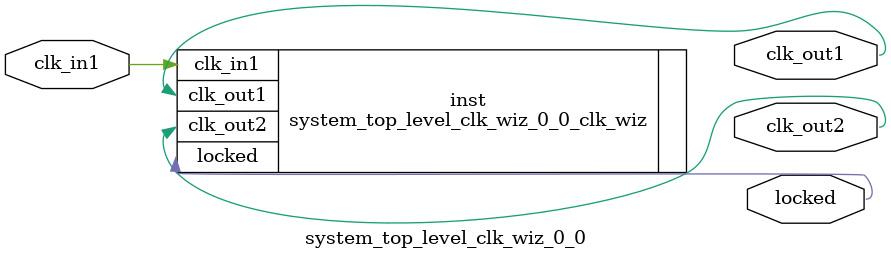
<source format=v>


`timescale 1ps/1ps

(* CORE_GENERATION_INFO = "system_top_level_clk_wiz_0_0,clk_wiz_v6_0_6_0_0,{component_name=system_top_level_clk_wiz_0_0,use_phase_alignment=false,use_min_o_jitter=false,use_max_i_jitter=false,use_dyn_phase_shift=false,use_inclk_switchover=false,use_dyn_reconfig=false,enable_axi=0,feedback_source=FDBK_AUTO,PRIMITIVE=PLL,num_out_clk=2,clkin1_period=8.000,clkin2_period=10.000,use_power_down=false,use_reset=false,use_locked=true,use_inclk_stopped=false,feedback_type=SINGLE,CLOCK_MGR_TYPE=NA,manual_override=false}" *)

module system_top_level_clk_wiz_0_0 
 (
  // Clock out ports
  output        clk_out1,
  output        clk_out2,
  // Status and control signals
  output        locked,
 // Clock in ports
  input         clk_in1
 );

  system_top_level_clk_wiz_0_0_clk_wiz inst
  (
  // Clock out ports  
  .clk_out1(clk_out1),
  .clk_out2(clk_out2),
  // Status and control signals               
  .locked(locked),
 // Clock in ports
  .clk_in1(clk_in1)
  );

endmodule

</source>
